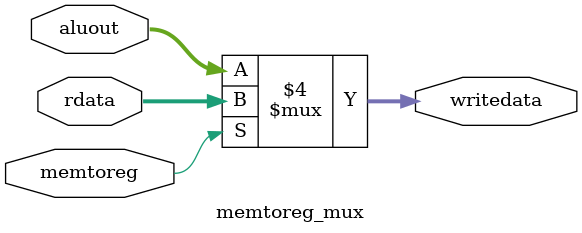
<source format=v>
module memtoreg_mux(memtoreg, rdata, aluout, writedata);
	input memtoreg;
	input[31:0] rdata, aluout;
	output reg[31:0] writedata;
	
	always@(*)
	begin
		if(memtoreg == 0)
			writedata <= aluout;
		else
			writedata <= rdata;
	end
endmodule
</source>
